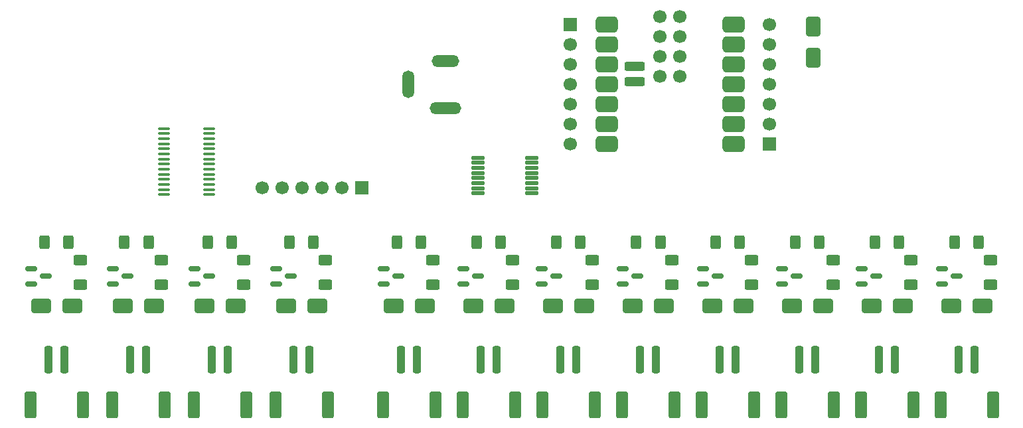
<source format=gbr>
%TF.GenerationSoftware,KiCad,Pcbnew,9.0.1*%
%TF.CreationDate,2025-04-11T12:37:24-04:00*%
%TF.ProjectId,Pneumatactors_1Xiao_3Pumps_8Valves,506e6575-6d61-4746-9163-746f72735f31,rev?*%
%TF.SameCoordinates,Original*%
%TF.FileFunction,Soldermask,Top*%
%TF.FilePolarity,Negative*%
%FSLAX46Y46*%
G04 Gerber Fmt 4.6, Leading zero omitted, Abs format (unit mm)*
G04 Created by KiCad (PCBNEW 9.0.1) date 2025-04-11 12:37:24*
%MOMM*%
%LPD*%
G01*
G04 APERTURE LIST*
G04 Aperture macros list*
%AMRoundRect*
0 Rectangle with rounded corners*
0 $1 Rounding radius*
0 $2 $3 $4 $5 $6 $7 $8 $9 X,Y pos of 4 corners*
0 Add a 4 corners polygon primitive as box body*
4,1,4,$2,$3,$4,$5,$6,$7,$8,$9,$2,$3,0*
0 Add four circle primitives for the rounded corners*
1,1,$1+$1,$2,$3*
1,1,$1+$1,$4,$5*
1,1,$1+$1,$6,$7*
1,1,$1+$1,$8,$9*
0 Add four rect primitives between the rounded corners*
20,1,$1+$1,$2,$3,$4,$5,0*
20,1,$1+$1,$4,$5,$6,$7,0*
20,1,$1+$1,$6,$7,$8,$9,0*
20,1,$1+$1,$8,$9,$2,$3,0*%
G04 Aperture macros list end*
%ADD10RoundRect,0.250000X0.625000X-0.400000X0.625000X0.400000X-0.625000X0.400000X-0.625000X-0.400000X0*%
%ADD11RoundRect,0.250000X-0.250000X-1.500000X0.250000X-1.500000X0.250000X1.500000X-0.250000X1.500000X0*%
%ADD12RoundRect,0.250001X-0.499999X-1.449999X0.499999X-1.449999X0.499999X1.449999X-0.499999X1.449999X0*%
%ADD13RoundRect,0.250000X1.000000X0.650000X-1.000000X0.650000X-1.000000X-0.650000X1.000000X-0.650000X0*%
%ADD14RoundRect,0.150000X-0.587500X-0.150000X0.587500X-0.150000X0.587500X0.150000X-0.587500X0.150000X0*%
%ADD15RoundRect,0.250000X0.400000X0.625000X-0.400000X0.625000X-0.400000X-0.625000X0.400000X-0.625000X0*%
%ADD16R,1.700000X1.700000*%
%ADD17C,1.700000*%
%ADD18RoundRect,0.525400X-0.900400X-0.525400X0.900400X-0.525400X0.900400X0.525400X-0.900400X0.525400X0*%
%ADD19RoundRect,0.300400X1.000400X0.300400X-1.000400X0.300400X-1.000400X-0.300400X1.000400X-0.300400X0*%
%ADD20RoundRect,0.250000X-0.650000X1.000000X-0.650000X-1.000000X0.650000X-1.000000X0.650000X1.000000X0*%
%ADD21RoundRect,0.125000X-0.762500X-0.125000X0.762500X-0.125000X0.762500X0.125000X-0.762500X0.125000X0*%
%ADD22C,0.990600*%
%ADD23O,4.013200X1.498600*%
%ADD24O,3.505200X1.498600*%
%ADD25O,1.498600X3.505200*%
%ADD26RoundRect,0.100000X-0.637500X-0.100000X0.637500X-0.100000X0.637500X0.100000X-0.637500X0.100000X0*%
G04 APERTURE END LIST*
D10*
%TO.C,R15*%
X78434892Y-61187892D03*
X78434892Y-58087892D03*
%TD*%
D11*
%TO.C,J12*%
X64226892Y-70757892D03*
X66226892Y-70757892D03*
D12*
X61876892Y-76507892D03*
X68576892Y-76507892D03*
%TD*%
D13*
%TO.C,D3*%
X128186892Y-63955892D03*
X124186892Y-63955892D03*
%TD*%
%TO.C,D6*%
X97706892Y-63955892D03*
X93706892Y-63955892D03*
%TD*%
D11*
%TO.C,J5*%
X135346892Y-70757892D03*
X137346892Y-70757892D03*
D12*
X132996892Y-76507892D03*
X139696892Y-76507892D03*
%TD*%
D14*
%TO.C,Q7*%
X72163392Y-59195892D03*
X72163392Y-61095892D03*
X74038392Y-60145892D03*
%TD*%
D15*
%TO.C,R2*%
X127736892Y-55827892D03*
X124636892Y-55827892D03*
%TD*%
%TO.C,R14*%
X66776892Y-55827892D03*
X63676892Y-55827892D03*
%TD*%
D11*
%TO.C,J9*%
X94706892Y-70757892D03*
X96706892Y-70757892D03*
D12*
X92356892Y-76507892D03*
X99056892Y-76507892D03*
%TD*%
D13*
%TO.C,D11*%
X43096892Y-63955892D03*
X39096892Y-63955892D03*
%TD*%
D11*
%TO.C,J16*%
X19268892Y-70757892D03*
X21268892Y-70757892D03*
D12*
X16918892Y-76507892D03*
X23618892Y-76507892D03*
%TD*%
D14*
%TO.C,Q8*%
X62003392Y-59195892D03*
X62003392Y-61095892D03*
X63878392Y-60145892D03*
%TD*%
D11*
%TO.C,J6*%
X125186892Y-70757892D03*
X127186892Y-70757892D03*
D12*
X122836892Y-76507892D03*
X129536892Y-76507892D03*
%TD*%
D16*
%TO.C,J4*%
X59178892Y-48821892D03*
D17*
X56638892Y-48821892D03*
X54098892Y-48821892D03*
X51558892Y-48821892D03*
X49018892Y-48821892D03*
X46478892Y-48821892D03*
%TD*%
D11*
%TO.C,J11*%
X74386892Y-70757892D03*
X76386892Y-70757892D03*
D12*
X72036892Y-76507892D03*
X78736892Y-76507892D03*
%TD*%
D10*
%TO.C,R11*%
X98754892Y-61187892D03*
X98754892Y-58087892D03*
%TD*%
D18*
%TO.C,U1*%
X90420892Y-28040892D03*
X90420892Y-30580892D03*
X90420892Y-33120892D03*
X90420892Y-35660892D03*
X90420892Y-38200892D03*
X90420892Y-40740892D03*
X90420892Y-43280892D03*
X106585892Y-43280892D03*
X106585892Y-40740892D03*
X106585892Y-38200892D03*
X106585892Y-35660892D03*
X106585892Y-33120892D03*
X106585892Y-30580892D03*
X106585892Y-28040892D03*
D19*
X94030892Y-35278892D03*
X94030892Y-33373892D03*
D17*
X97205892Y-27028892D03*
X99745892Y-27028892D03*
X97205892Y-29568892D03*
X99745892Y-29568892D03*
X97205892Y-32108892D03*
X99745892Y-32108892D03*
X97205892Y-34648892D03*
X99745892Y-34648892D03*
%TD*%
D15*
%TO.C,R5*%
X117576892Y-55827892D03*
X114476892Y-55827892D03*
%TD*%
D20*
%TO.C,D1*%
X116770256Y-28279892D03*
X116770256Y-32279892D03*
%TD*%
D10*
%TO.C,R12*%
X88594892Y-61187892D03*
X88594892Y-58087892D03*
%TD*%
D13*
%TO.C,D5*%
X107866892Y-63955892D03*
X103866892Y-63955892D03*
%TD*%
D11*
%TO.C,J10*%
X84546892Y-70757892D03*
X86546892Y-70757892D03*
D12*
X82196892Y-76507892D03*
X88896892Y-76507892D03*
%TD*%
D13*
%TO.C,D4*%
X118026892Y-63955892D03*
X114026892Y-63955892D03*
%TD*%
D10*
%TO.C,R4*%
X129234892Y-61187892D03*
X129234892Y-58087892D03*
%TD*%
%TO.C,R7*%
X119328892Y-61187892D03*
X119328892Y-58087892D03*
%TD*%
D14*
%TO.C,Q9*%
X48287392Y-59195892D03*
X48287392Y-61095892D03*
X50162392Y-60145892D03*
%TD*%
%TO.C,Q6*%
X82147892Y-59195892D03*
X82147892Y-61095892D03*
X84022892Y-60145892D03*
%TD*%
D10*
%TO.C,R19*%
X54558892Y-61187892D03*
X54558892Y-58087892D03*
%TD*%
D16*
%TO.C,J1*%
X85775892Y-28044892D03*
D17*
X85775892Y-30584892D03*
X85775892Y-33124892D03*
X85775892Y-35664892D03*
X85775892Y-38204892D03*
X85775892Y-40744892D03*
X85775892Y-43284892D03*
%TD*%
D14*
%TO.C,Q10*%
X37873392Y-59195892D03*
X37873392Y-61095892D03*
X39748392Y-60145892D03*
%TD*%
D11*
%TO.C,J7*%
X115026892Y-70757892D03*
X117026892Y-70757892D03*
D12*
X112676892Y-76507892D03*
X119376892Y-76507892D03*
%TD*%
D13*
%TO.C,D13*%
X22268892Y-63955892D03*
X18268892Y-63955892D03*
%TD*%
D11*
%TO.C,J8*%
X104866892Y-70757892D03*
X106866892Y-70757892D03*
D12*
X102516892Y-76507892D03*
X109216892Y-76507892D03*
%TD*%
D15*
%TO.C,R10*%
X87096892Y-55827892D03*
X83996892Y-55827892D03*
%TD*%
D16*
%TO.C,J2*%
X111175892Y-43233892D03*
D17*
X111175892Y-40693892D03*
X111175892Y-38153892D03*
X111175892Y-35613892D03*
X111175892Y-33073892D03*
X111175892Y-30533892D03*
X111175892Y-27993892D03*
%TD*%
D10*
%TO.C,R8*%
X108914892Y-61187892D03*
X108914892Y-58087892D03*
%TD*%
D14*
%TO.C,Q3*%
X112803392Y-59195892D03*
X112803392Y-61095892D03*
X114678392Y-60145892D03*
%TD*%
D15*
%TO.C,R22*%
X21818892Y-55827892D03*
X18718892Y-55827892D03*
%TD*%
D10*
%TO.C,R24*%
X23316892Y-61187892D03*
X23316892Y-58087892D03*
%TD*%
D15*
%TO.C,R17*%
X53060892Y-55827892D03*
X49960892Y-55827892D03*
%TD*%
D13*
%TO.C,D12*%
X32682892Y-63955892D03*
X28682892Y-63955892D03*
%TD*%
D15*
%TO.C,R13*%
X76936892Y-55827892D03*
X73836892Y-55827892D03*
%TD*%
D14*
%TO.C,Q5*%
X92483392Y-59195892D03*
X92483392Y-61095892D03*
X94358392Y-60145892D03*
%TD*%
D10*
%TO.C,R16*%
X68274892Y-61187892D03*
X68274892Y-58087892D03*
%TD*%
D13*
%TO.C,D2*%
X138346892Y-63955892D03*
X134346892Y-63955892D03*
%TD*%
D15*
%TO.C,R18*%
X42646892Y-55827892D03*
X39546892Y-55827892D03*
%TD*%
D13*
%TO.C,D7*%
X87546892Y-63955892D03*
X83546892Y-63955892D03*
%TD*%
D15*
%TO.C,R1*%
X137896892Y-55827892D03*
X134796892Y-55827892D03*
%TD*%
D21*
%TO.C,U2*%
X74054392Y-45022892D03*
X74054392Y-45672892D03*
X74054392Y-46322892D03*
X74054392Y-46972892D03*
X74054392Y-47622892D03*
X74054392Y-48272892D03*
X74054392Y-48922892D03*
X74054392Y-49572892D03*
X80879392Y-49572892D03*
X80879392Y-48922892D03*
X80879392Y-48272892D03*
X80879392Y-47622892D03*
X80879392Y-46972892D03*
X80879392Y-46322892D03*
X80879392Y-45672892D03*
X80879392Y-45022892D03*
%TD*%
D14*
%TO.C,Q4*%
X102721892Y-59195892D03*
X102721892Y-61095892D03*
X104596892Y-60145892D03*
%TD*%
D15*
%TO.C,R21*%
X32026892Y-55806892D03*
X28926892Y-55806892D03*
%TD*%
D14*
%TO.C,Q12*%
X17045392Y-59195892D03*
X17045392Y-61095892D03*
X18920392Y-60145892D03*
%TD*%
D15*
%TO.C,R6*%
X107416892Y-55827892D03*
X104316892Y-55827892D03*
%TD*%
D14*
%TO.C,Q1*%
X133201892Y-59195892D03*
X133201892Y-61095892D03*
X135076892Y-60145892D03*
%TD*%
D11*
%TO.C,J13*%
X50510892Y-70757892D03*
X52510892Y-70757892D03*
D12*
X48160892Y-76507892D03*
X54860892Y-76507892D03*
%TD*%
D22*
%TO.C,J3*%
X65160603Y-34661392D03*
X65160603Y-36667992D03*
X68602292Y-38661892D03*
X68856303Y-32667492D03*
X70862903Y-32667492D03*
X71116892Y-38661892D03*
D23*
X69859603Y-38661892D03*
D24*
X69859603Y-32667492D03*
D25*
X65160603Y-35664692D03*
%TD*%
D15*
%TO.C,R9*%
X97282892Y-55827892D03*
X94182892Y-55827892D03*
%TD*%
D10*
%TO.C,R23*%
X33651892Y-61192292D03*
X33651892Y-58092292D03*
%TD*%
D13*
%TO.C,D9*%
X67226892Y-63955892D03*
X63226892Y-63955892D03*
%TD*%
D10*
%TO.C,R20*%
X44144892Y-61187892D03*
X44144892Y-58087892D03*
%TD*%
D13*
%TO.C,D10*%
X53510892Y-63955892D03*
X49510892Y-63955892D03*
%TD*%
D10*
%TO.C,R3*%
X139394892Y-61187892D03*
X139394892Y-58087892D03*
%TD*%
D26*
%TO.C,U3*%
X33964392Y-41294892D03*
X33964392Y-41944892D03*
X33964392Y-42594892D03*
X33964392Y-43244892D03*
X33964392Y-43894892D03*
X33964392Y-44544892D03*
X33964392Y-45194892D03*
X33964392Y-45844892D03*
X33964392Y-46494892D03*
X33964392Y-47144892D03*
X33964392Y-47794892D03*
X33964392Y-48444892D03*
X33964392Y-49094892D03*
X33964392Y-49744892D03*
X39689392Y-49744892D03*
X39689392Y-49094892D03*
X39689392Y-48444892D03*
X39689392Y-47794892D03*
X39689392Y-47144892D03*
X39689392Y-46494892D03*
X39689392Y-45844892D03*
X39689392Y-45194892D03*
X39689392Y-44544892D03*
X39689392Y-43894892D03*
X39689392Y-43244892D03*
X39689392Y-42594892D03*
X39689392Y-41944892D03*
X39689392Y-41294892D03*
%TD*%
D11*
%TO.C,J15*%
X29682892Y-70757892D03*
X31682892Y-70757892D03*
D12*
X27332892Y-76507892D03*
X34032892Y-76507892D03*
%TD*%
D13*
%TO.C,D8*%
X77386892Y-63955892D03*
X73386892Y-63955892D03*
%TD*%
D11*
%TO.C,J14*%
X40096892Y-70757892D03*
X42096892Y-70757892D03*
D12*
X37746892Y-76507892D03*
X44446892Y-76507892D03*
%TD*%
D14*
%TO.C,Q11*%
X27459392Y-59195892D03*
X27459392Y-61095892D03*
X29334392Y-60145892D03*
%TD*%
%TO.C,Q2*%
X122963392Y-59195892D03*
X122963392Y-61095892D03*
X124838392Y-60145892D03*
%TD*%
M02*

</source>
